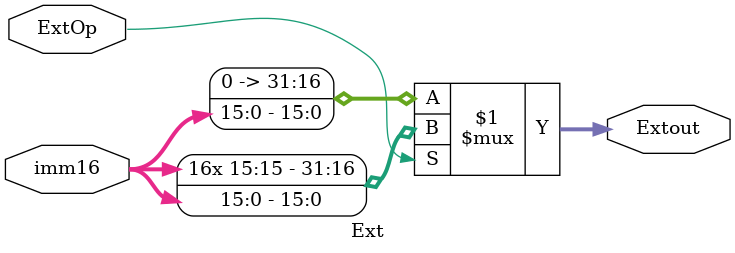
<source format=v>
`timescale 1ns / 1ps

module Ext (
  input  [15:0] imm16,  //imm16-16-bit input
  input         ExtOp,  //ExtOp-1:Sign extension, 0:Zero extension
  output [31:0] Extout  //Extout-Sign extended 32-bit output
);

  assign Extout = ExtOp ? {{16{imm16[15]}}, imm16} : {16'h0000, imm16};

endmodule

</source>
